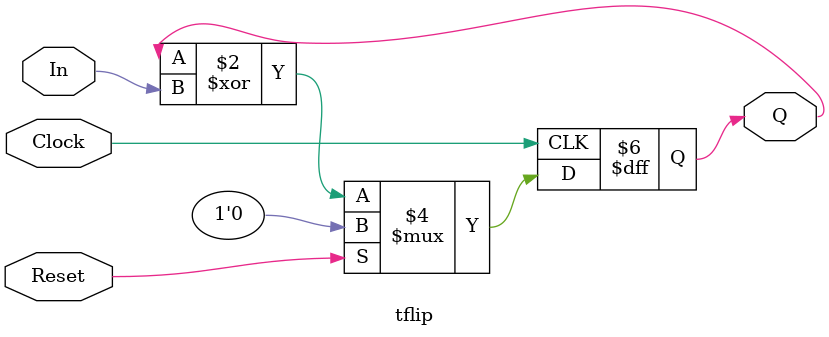
<source format=sv>
module part1(Clock, Enable, Reset, CounterValue);
    input logic Clock, Enable, Reset;
    output logic [7:0] CounterValue;

    logic q0, q1, q2, q3, q4, q5, q6, q7;
    logic c0, c1, c2, c3, c4, c5, c6;


    tflip p0(Clock, Reset, Enable, q0);
    tflip p1(Clock, Reset, c0, q1);
    tflip p2(Clock, Reset, c1, q2);
    tflip p3(Clock, Reset, c2, q3);
    tflip p4(Clock, Reset, c3, q4);
    tflip p5(Clock, Reset, c4, q5);
    tflip p6(Clock, Reset, c5, q6);
    tflip p7(Clock, Reset, c6, q7);

    always_comb
    begin
        c0 = Enable & q0;
        c1 = c0 & q1;
        c2 = c1 & q2;
        c3 = c2 & q3;
        c4 = c3 & q4;
        c5 = c4 & q5;
        c6 = c5 & q6;
    end

    assign CounterValue = {q7, q6, q5, q4, q3, q2, q1, q0};
endmodule


module tflip(Clock, Reset, In, Q);
    input logic Clock, Reset, In;
    output logic Q;

    always_ff @(posedge Clock)
    begin
        if (Reset)
            Q <= 0;
        else
            Q <= Q ^ In;
    end

endmodule
</source>
